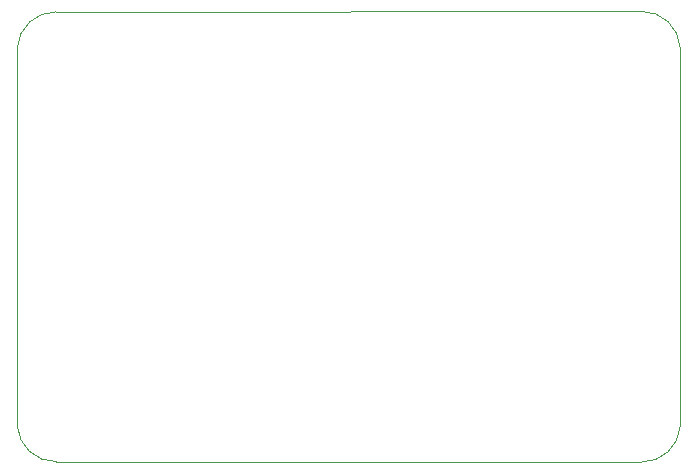
<source format=gbr>
%TF.GenerationSoftware,KiCad,Pcbnew,8.0.2*%
%TF.CreationDate,2025-07-19T08:03:10+07:00*%
%TF.ProjectId,PicoLink,5069636f-4c69-46e6-9b2e-6b696361645f,rev?*%
%TF.SameCoordinates,Original*%
%TF.FileFunction,Profile,NP*%
%FSLAX46Y46*%
G04 Gerber Fmt 4.6, Leading zero omitted, Abs format (unit mm)*
G04 Created by KiCad (PCBNEW 8.0.2) date 2025-07-19 08:03:10*
%MOMM*%
%LPD*%
G01*
G04 APERTURE LIST*
%TA.AperFunction,Profile*%
%ADD10C,0.100000*%
%TD*%
G04 APERTURE END LIST*
D10*
X181150000Y-109350000D02*
X181150000Y-77300000D01*
X125012302Y-77339189D02*
G75*
G02*
X128312391Y-74283439I3249998J-200011D01*
G01*
X128312391Y-74283426D02*
X177849911Y-74244237D01*
X177849911Y-74244237D02*
G75*
G02*
X181150000Y-77300000I50089J-3255763D01*
G01*
X128312391Y-112366574D02*
X177849911Y-112405763D01*
X128312391Y-112366574D02*
G75*
G02*
X125012289Y-109310812I-50091J3255774D01*
G01*
X125012302Y-77339189D02*
X125012302Y-109310811D01*
X181150000Y-109350000D02*
G75*
G02*
X177849911Y-112405763I-3250000J200000D01*
G01*
M02*

</source>
